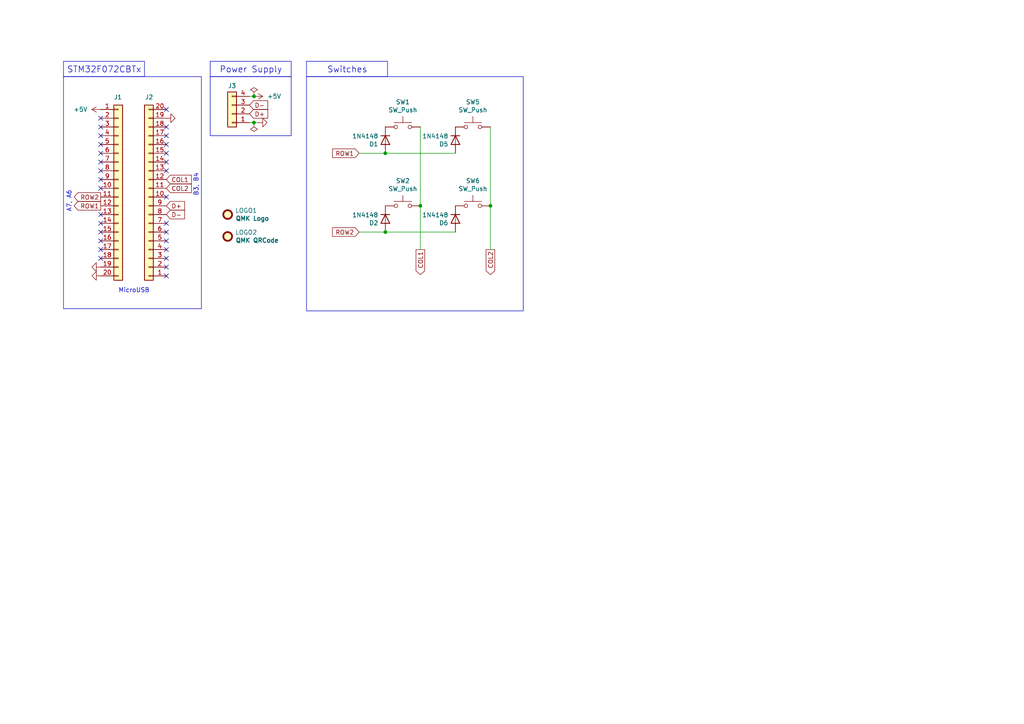
<source format=kicad_sch>
(kicad_sch (version 20231120) (generator "eeschema") (generator_version "8.0")
  (paper "A4")
  (lib_symbols
    (symbol "Connector_Generic:Conn_01x04" (pin_names (offset 1.016) hide)
      (property "Reference" "J" (at 0 5.08 0))
      (property "Value" "Conn_01x04" (at 0 -7.62 0))
      (symbol "Conn_01x04_1_1"
        (rectangle (start -1.27 -4.953) (end 0 -5.207) (stroke (width 0.1524)))
        (rectangle (start -1.27 -2.413) (end 0 -2.667) (stroke (width 0.1524)))
        (rectangle (start -1.27 0.127) (end 0 -0.127) (stroke (width 0.1524)))
        (rectangle (start -1.27 2.667) (end 0 2.413) (stroke (width 0.1524)))
        (rectangle (start -1.27 3.81) (end 1.27 -6.35) (stroke (width 0.254)) (fill (type background)))
        (pin passive line (at -5.08 2.54 0) (length 3.81) (name "Pin_1") (number "1"))
        (pin passive line (at -5.08 0 0) (length 3.81) (name "Pin_2") (number "2"))
        (pin passive line (at -5.08 -2.54 0) (length 3.81) (name "Pin_3") (number "3"))
        (pin passive line (at -5.08 -5.08 0) (length 3.81) (name "Pin_4") (number "4"))
      )
    )
    (symbol "Connector_Generic:Conn_01x20" (pin_names (offset 1.016) hide)
      (property "Reference" "J" (at 0 25.4 0))
      (property "Value" "Conn_01x20" (at 0 -27.94 0))
      (symbol "Conn_01x20_1_1"
        (rectangle (start -1.27 -25.273) (end 0 -25.527) (stroke (width 0.1524)))
        (rectangle (start -1.27 -22.733) (end 0 -22.987) (stroke (width 0.1524)))
        (rectangle (start -1.27 -20.193) (end 0 -20.447) (stroke (width 0.1524)))
        (rectangle (start -1.27 -17.653) (end 0 -17.907) (stroke (width 0.1524)))
        (rectangle (start -1.27 -15.113) (end 0 -15.367) (stroke (width 0.1524)))
        (rectangle (start -1.27 -12.573) (end 0 -12.827) (stroke (width 0.1524)))
        (rectangle (start -1.27 -10.033) (end 0 -10.287) (stroke (width 0.1524)))
        (rectangle (start -1.27 -7.493) (end 0 -7.747) (stroke (width 0.1524)))
        (rectangle (start -1.27 -4.953) (end 0 -5.207) (stroke (width 0.1524)))
        (rectangle (start -1.27 -2.413) (end 0 -2.667) (stroke (width 0.1524)))
        (rectangle (start -1.27 0.127) (end 0 -0.127) (stroke (width 0.1524)))
        (rectangle (start -1.27 2.667) (end 0 2.413) (stroke (width 0.1524)))
        (rectangle (start -1.27 5.207) (end 0 4.953) (stroke (width 0.1524)))
        (rectangle (start -1.27 7.747) (end 0 7.493) (stroke (width 0.1524)))
        (rectangle (start -1.27 10.287) (end 0 10.033) (stroke (width 0.1524)))
        (rectangle (start -1.27 12.827) (end 0 12.573) (stroke (width 0.1524)))
        (rectangle (start -1.27 15.367) (end 0 15.113) (stroke (width 0.1524)))
        (rectangle (start -1.27 17.907) (end 0 17.653) (stroke (width 0.1524)))
        (rectangle (start -1.27 20.447) (end 0 20.193) (stroke (width 0.1524)))
        (rectangle (start -1.27 22.987) (end 0 22.733) (stroke (width 0.1524)))
        (rectangle (start -1.27 24.13) (end 1.27 -26.67) (stroke (width 0.254)) (fill (type background)))
        (pin passive line (at -5.08 22.86 0) (length 3.81) (name "Pin_1") (number "1"))
        (pin passive line (at -5.08 0 0) (length 3.81) (name "Pin_10") (number "10"))
        (pin passive line (at -5.08 -2.54 0) (length 3.81) (name "Pin_11") (number "11"))
        (pin passive line (at -5.08 -5.08 0) (length 3.81) (name "Pin_12") (number "12"))
        (pin passive line (at -5.08 -7.62 0) (length 3.81) (name "Pin_13") (number "13"))
        (pin passive line (at -5.08 -10.16 0) (length 3.81) (name "Pin_14") (number "14"))
        (pin passive line (at -5.08 -12.7 0) (length 3.81) (name "Pin_15") (number "15"))
        (pin passive line (at -5.08 -15.24 0) (length 3.81) (name "Pin_16") (number "16"))
        (pin passive line (at -5.08 -17.78 0) (length 3.81) (name "Pin_17") (number "17"))
        (pin passive line (at -5.08 -20.32 0) (length 3.81) (name "Pin_18") (number "18"))
        (pin passive line (at -5.08 -22.86 0) (length 3.81) (name "Pin_19") (number "19"))
        (pin passive line (at -5.08 20.32 0) (length 3.81) (name "Pin_2") (number "2"))
        (pin passive line (at -5.08 -25.4 0) (length 3.81) (name "Pin_20") (number "20"))
        (pin passive line (at -5.08 17.78 0) (length 3.81) (name "Pin_3") (number "3"))
        (pin passive line (at -5.08 15.24 0) (length 3.81) (name "Pin_4") (number "4"))
        (pin passive line (at -5.08 12.7 0) (length 3.81) (name "Pin_5") (number "5"))
        (pin passive line (at -5.08 10.16 0) (length 3.81) (name "Pin_6") (number "6"))
        (pin passive line (at -5.08 7.62 0) (length 3.81) (name "Pin_7") (number "7"))
        (pin passive line (at -5.08 5.08 0) (length 3.81) (name "Pin_8") (number "8"))
        (pin passive line (at -5.08 2.54 0) (length 3.81) (name "Pin_9") (number "9"))
      )
    )
    (symbol "Device:D" (pin_numbers hide) (pin_names (offset 1.016) hide)
      (property "Reference" "D" (at 0 2.54 0))
      (property "Value" "D" (at 0 -2.54 0))
      (symbol "D_0_1"
        (polyline (pts (xy -1.27 1.27) (xy -1.27 -1.27)) (stroke (width 0.254)))
        (polyline (pts (xy 1.27 0) (xy -1.27 0)))
        (polyline (pts (xy 1.27 1.27) (xy 1.27 -1.27) (xy -1.27 0) (xy 1.27 1.27)) (stroke (width 0.254)))
      )
      (symbol "D_1_1"
        (pin passive line (at -3.81 0 0) (length 2.54) (name "K") (number "1"))
        (pin passive line (at 3.81 0 180) (length 2.54) (name "A") (number "2"))
      )
    )
    (symbol "Mechanical:Fiducial" (exclude_from_sim yes) (in_bom no)
      (property "Reference" "FID" (at 0 5.08 0))
      (property "Value" "Fiducial" (at 0 3.175 0))
      (symbol "Fiducial_0_1"
        (circle (center 0 0) (radius 1.27) (stroke (width 0.508)) (fill (type background)))
      )
    )
    (symbol "Switch:SW_Push" (pin_numbers hide) (pin_names (offset 1.016) hide)
      (property "Reference" "SW" (at 1.27 2.54 0))
      (property "Value" "SW_Push" (at 0 -1.524 0))
      (symbol "SW_Push_0_1"
        (circle (center -2.032 0) (radius 0.508))
        (polyline (pts (xy 0 1.27) (xy 0 3.048)))
        (polyline (pts (xy 2.54 1.27) (xy -2.54 1.27)))
        (circle (center 2.032 0) (radius 0.508))
        (pin passive line (at -5.08 0 0) (length 2.54) (name "1") (number "1"))
        (pin passive line (at 5.08 0 180) (length 2.54) (name "2") (number "2"))
      )
    )
    (symbol "power:+5V" (power) (pin_numbers hide) (pin_names (offset 0) hide)
      (property "Value" "+5V" (at 0 3.556 0))
      (symbol "+5V_0_1"
        (polyline (pts (xy -0.762 1.27) (xy 0 2.54)))
        (polyline (pts (xy 0 0) (xy 0 2.54)))
        (polyline (pts (xy 0 2.54) (xy 0.762 1.27)))
      )
      (symbol "+5V_1_1"
        (pin power_in line (at 0 0 90) (length 0) (name "~") (number "1"))
      )
    )
    (symbol "power:GND" (power) (pin_numbers hide) (pin_names (offset 0) hide)
      (property "Value" "GND" (at 0 -3.81 0))
      (symbol "GND_0_1"
        (polyline (pts (xy 0 0) (xy 0 -1.27) (xy 1.27 -1.27) (xy 0 -2.54) (xy -1.27 -1.27) (xy 0 -1.27)))
      )
      (symbol "GND_1_1"
        (pin power_in line (at 0 0 270) (length 0) (name "~") (number "1"))
      )
    )
    (symbol "power:PWR_FLAG" (power) (pin_numbers hide) (pin_names (offset 0) hide)
      (property "Value" "PWR_FLAG" (at 0 3.81 0))
      (symbol "PWR_FLAG_0_0"
        (pin power_out line (at 0 0 90) (length 0) (name "~") (number "1"))
      )
      (symbol "PWR_FLAG_0_1"
        (polyline (pts (xy 0 0) (xy 0 1.27) (xy -1.016 1.905) (xy 0 2.54) (xy 1.016 1.905) (xy 0 1.27)))
      )
    )
  )
  (junction (at 121.92 59.69))
  (junction (at 142.24 59.69))
  (junction (at 111.76 44.45))
  (junction (at 111.76 67.31))
  (junction (at 73.66 35.56))
  (junction (at 73.66 27.94))
  (no_connect (at 48.26 69.85))
  (no_connect (at 29.21 49.53))
  (no_connect (at 29.21 64.77))
  (no_connect (at 48.26 77.47))
  (no_connect (at 48.26 72.39))
  (no_connect (at 29.21 34.29))
  (no_connect (at 48.26 49.53))
  (no_connect (at 29.21 72.39))
  (no_connect (at 48.26 44.45))
  (no_connect (at 29.21 39.37))
  (no_connect (at 29.21 67.31))
  (no_connect (at 29.21 62.23))
  (no_connect (at 48.26 36.83))
  (no_connect (at 29.21 52.07))
  (no_connect (at 29.21 41.91))
  (no_connect (at 48.26 57.15))
  (no_connect (at 48.26 64.77))
  (no_connect (at 48.26 39.37))
  (no_connect (at 48.26 67.31))
  (no_connect (at 29.21 44.45))
  (no_connect (at 29.21 46.99))
  (no_connect (at 29.21 54.61))
  (no_connect (at 29.21 69.85))
  (no_connect (at 29.21 36.83))
  (no_connect (at 48.26 31.75))
  (no_connect (at 48.26 80.01))
  (no_connect (at 48.26 46.99))
  (no_connect (at 29.21 74.93))
  (no_connect (at 48.26 74.93))
  (no_connect (at 48.26 41.91))
  (wire (pts (xy 111.76 44.45) (xy 132.08 44.45)))
  (wire (pts (xy 142.24 59.69) (xy 142.24 72.39)))
  (wire (pts (xy 73.66 35.56) (xy 74.93 35.56)))
  (wire (pts (xy 121.92 36.83) (xy 121.92 59.69)))
  (wire (pts (xy 111.76 67.31) (xy 132.08 67.31)))
  (wire (pts (xy 72.39 35.56) (xy 73.66 35.56)))
  (wire (pts (xy 142.24 36.83) (xy 142.24 59.69)))
  (wire (pts (xy 104.14 44.45) (xy 111.76 44.45)))
  (wire (pts (xy 104.14 67.31) (xy 111.76 67.31)))
  (wire (pts (xy 73.66 27.94) (xy 72.39 27.94)))
  (wire (pts (xy 121.92 59.69) (xy 121.92 72.39)))
  (rectangle (start 60.96 17.78) (end 84.455 22.225))
  (rectangle (start 18.415 22.225) (end 58.42 89.535))
  (rectangle (start 88.9 22.225) (end 151.765 90.17))
  (rectangle (start 88.9 17.78) (end 112.395 22.225))
  (rectangle (start 60.96 22.225) (end 84.455 39.37))
  (rectangle (start 18.415 17.78) (end 41.91 22.225))
  (text "Power Supply" (at 72.771 20.32 0) (effects (font (size 1.778 1.778))))
  (text "B3, B4" (at 56.896 53.594 90) (effects (font (size 1.27 1.27))))
  (text "Switches" (at 100.711 20.32 0) (effects (font (size 1.778 1.778))))
  (text "STM32F072CBTx" (at 30.226 20.32 0) (effects (font (size 1.778 1.778))))
  (text "MicroUSB" (at 38.862 84.328 0) (effects (font (size 1.27 1.27))))
  (text "A7, A6" (at 20.066 58.42 90) (effects (font (size 1.27 1.27))))
  (global_label "D+" (shape input) (at 72.39 33.02 0) (property "Intersheetrefs" "${INTERSHEET_REFS}" (effects (hide yes))))
  (global_label "COL1" (shape input) (at 48.26 52.07 0) (property "Intersheetrefs" "${INTERSHEET_REFS}" (effects (hide yes))))
  (global_label "D+" (shape input) (at 48.26 59.69 0) (property "Intersheetrefs" "${INTERSHEET_REFS}" (effects (hide yes))))
  (global_label "ROW2" (shape output) (at 29.21 57.15 180) (property "Intersheetrefs" "${INTERSHEET_REFS}" (effects (hide yes))))
  (global_label "ROW1" (shape input) (at 104.14 44.45 180) (property "Intersheetrefs" "${INTERSHEET_REFS}" (effects (hide yes))))
  (global_label "COL2" (shape output) (at 142.24 72.39 270) (property "Intersheetrefs" "${INTERSHEET_REFS}" (effects (hide yes))))
  (global_label "D-" (shape input) (at 72.39 30.48 0) (property "Intersheetrefs" "${INTERSHEET_REFS}" (effects (hide yes))))
  (global_label "ROW1" (shape output) (at 29.21 59.69 180) (property "Intersheetrefs" "${INTERSHEET_REFS}" (effects (hide yes))))
  (global_label "COL2" (shape input) (at 48.26 54.61 0) (property "Intersheetrefs" "${INTERSHEET_REFS}" (effects (hide yes))))
  (global_label "ROW2" (shape input) (at 104.14 67.31 180) (property "Intersheetrefs" "${INTERSHEET_REFS}" (effects (hide yes))))
  (global_label "COL1" (shape output) (at 121.92 72.39 270) (property "Intersheetrefs" "${INTERSHEET_REFS}" (effects (hide yes))))
  (global_label "D-" (shape input) (at 48.26 62.23 0) (property "Intersheetrefs" "${INTERSHEET_REFS}" (effects (hide yes))))
  (symbol (lib_id "power:GND") (at 74.93 35.56 90) (unit 1)
    (property "Reference" "#PWR06" (effects (hide yes)))
    (property "Value" "GND" (effects (hide yes)))
    (property "Description" "Power symbol creates a global label with name \"GND\" , ground" (effects (hide yes)))
  )
  (symbol (lib_id "power:PWR_FLAG") (at 73.66 27.94 0) (unit 1)
    (property "Reference" "#FLG01" (effects (hide yes)))
    (property "Value" "PWR_FLAG" (effects (hide yes)))
    (property "Description" "Special symbol for telling ERC where power comes from" (effects (hide yes)))
  )
  (symbol (lib_id "Device:D") (at 111.76 63.5 270) (unit 1)
    (property "Reference" "D2" (at 109.728 64.6684 90) (effects (justify right)))
    (property "Value" "1N4148" (at 109.728 62.357 90) (effects (justify right)))
    (property "Footprint" "Diode_SMD:D_SOD-323" (effects (hide yes)))
  )
  (symbol (lib_id "power:GND") (at 48.26 34.29 90) (unit 1)
    (property "Reference" "#PWR05" (effects (hide yes)))
    (property "Value" "GND" (effects (hide yes)))
    (property "Description" "Power symbol creates a global label with name \"GND\" , ground" (effects (hide yes)))
  )
  (symbol (lib_id "Connector_Generic:Conn_01x20") (at 43.18 57.15 180) (unit 1)
    (property "Reference" "J2" (at 44.45 28.194 0) (effects (justify left)))
    (property "Value" "Conn_01x20" (effects (hide yes)))
    (property "Footprint" "Connector_PinHeader_2.54mm:PinHeader_1x20_P2.54mm_Vertical" (effects (hide yes)))
    (property "Description" "Generic connector, single row, 01x20, script generated (kicad-library-utils/schlib/autogen/connector/)" (effects (hide yes)))
  )
  (symbol (lib_id "power:+5V") (at 29.21 31.75 90) (unit 1)
    (property "Reference" "#PWR01" (effects (hide yes)))
    (property "Value" "+5V" (at 25.4 31.7499 90) (effects (justify left)))
    (property "Description" "Power symbol creates a global label with name \"+5V\"" (effects (hide yes)))
  )
  (symbol (lib_id "Switch:SW_Push") (at 137.16 59.69 0) (unit 1)
    (property "Reference" "SW6" (at 137.16 52.451 0))
    (property "Value" "SW_Push" (at 137.16 54.7624 0))
    (property "Footprint" "KeyboardSwitch:Kailh_socket_MX" (effects (hide yes)))
  )
  (symbol (lib_id "Mechanical:Fiducial") (at 66.04 62.23 0) (unit 1)
    (property "Reference" "LOGO1" (at 68.199 61.0616 0) (effects (justify left)))
    (property "Value" "QMK Logo" (at 68.199 63.373 0) (effects (font (bold yes)) (justify left)))
    (property "Footprint" "KeyboardSwitch:QMK_PoweredBy" (effects (hide yes)))
  )
  (symbol (lib_id "Device:D") (at 111.76 40.64 270) (unit 1)
    (property "Reference" "D1" (at 109.728 41.8084 90) (effects (justify right)))
    (property "Value" "1N4148" (at 109.728 39.497 90) (effects (justify right)))
    (property "Footprint" "Diode_SMD:D_SOD-323" (effects (hide yes)))
  )
  (symbol (lib_id "Device:D") (at 132.08 40.64 270) (unit 1)
    (property "Reference" "D5" (at 130.048 41.8084 90) (effects (justify right)))
    (property "Value" "1N4148" (at 130.048 39.497 90) (effects (justify right)))
    (property "Footprint" "Diode_SMD:D_SOD-323" (effects (hide yes)))
  )
  (symbol (lib_id "Connector_Generic:Conn_01x04") (at 67.31 33.02 180) (unit 1)
    (property "Reference" "J3" (at 67.31 24.892 0))
    (property "Value" "Conn_01x04" (effects (hide yes)))
    (property "Footprint" "Connector_PinHeader_2.54mm:PinHeader_1x04_P2.54mm_Vertical" (effects (hide yes)))
    (property "Description" "Generic connector, single row, 01x04, script generated (kicad-library-utils/schlib/autogen/connector/)" (effects (hide yes)))
  )
  (symbol (lib_id "Switch:SW_Push") (at 137.16 36.83 0) (unit 1)
    (property "Reference" "SW5" (at 137.16 29.591 0))
    (property "Value" "SW_Push" (at 137.16 31.9024 0))
    (property "Footprint" "KeyboardSwitch:Kailh_socket_MX" (effects (hide yes)))
  )
  (symbol (lib_id "power:GND") (at 29.21 77.47 270) (unit 1)
    (property "Reference" "#PWR02" (effects (hide yes)))
    (property "Value" "GND" (effects (hide yes)))
    (property "Description" "Power symbol creates a global label with name \"GND\" , ground" (effects (hide yes)))
  )
  (symbol (lib_id "Mechanical:Fiducial") (at 66.04 68.58 0) (unit 1)
    (property "Reference" "LOGO2" (at 68.199 67.4116 0) (effects (justify left)))
    (property "Value" "QMK QRCode" (at 68.199 69.723 0) (effects (font (bold yes)) (justify left)))
    (property "Footprint" "KeyboardSwitch:QMK_QRCode_0.4mm" (effects (hide yes)))
  )
  (symbol (lib_id "Switch:SW_Push") (at 116.84 59.69 0) (unit 1)
    (property "Reference" "SW2" (at 116.84 52.451 0))
    (property "Value" "SW_Push" (at 116.84 54.7624 0))
    (property "Footprint" "KeyboardSwitch:Kailh_socket_MX" (effects (hide yes)))
  )
  (symbol (lib_id "Device:D") (at 132.08 63.5 270) (unit 1)
    (property "Reference" "D6" (at 130.048 64.6684 90) (effects (justify right)))
    (property "Value" "1N4148" (at 130.048 62.357 90) (effects (justify right)))
    (property "Footprint" "Diode_SMD:D_SOD-323" (effects (hide yes)))
  )
  (symbol (lib_id "power:PWR_FLAG") (at 73.66 35.56 180) (unit 1)
    (property "Reference" "#FLG02" (effects (hide yes)))
    (property "Value" "PWR_FLAG" (effects (hide yes)))
    (property "Description" "Special symbol for telling ERC where power comes from" (effects (hide yes)))
  )
  (symbol (lib_id "Connector_Generic:Conn_01x20") (at 34.29 54.61 0) (unit 1)
    (property "Reference" "J1" (at 33.02 28.194 0) (effects (justify left)))
    (property "Value" "Conn_01x20" (effects (hide yes)))
    (property "Footprint" "Connector_PinHeader_2.54mm:PinHeader_1x20_P2.54mm_Vertical" (effects (hide yes)))
    (property "Description" "Generic connector, single row, 01x20, script generated (kicad-library-utils/schlib/autogen/connector/)" (effects (hide yes)))
  )
  (symbol (lib_id "power:+5V") (at 73.66 27.94 270) (unit 1)
    (property "Reference" "#PWR04" (effects (hide yes)))
    (property "Value" "+5V" (at 77.47 27.9399 90) (effects (justify left)))
    (property "Description" "Power symbol creates a global label with name \"+5V\"" (effects (hide yes)))
  )
  (symbol (lib_id "Switch:SW_Push") (at 116.84 36.83 0) (unit 1)
    (property "Reference" "SW1" (at 116.84 29.591 0))
    (property "Value" "SW_Push" (at 116.84 31.9024 0))
    (property "Footprint" "KeyboardSwitch:Kailh_socket_MX" (effects (hide yes)))
  )
  (symbol (lib_id "power:GND") (at 29.21 80.01 270) (unit 1)
    (property "Reference" "#PWR03" (effects (hide yes)))
    (property "Value" "GND" (effects (hide yes)))
    (property "Description" "Power symbol creates a global label with name \"GND\" , ground" (effects (hide yes)))
  )
)
</source>
